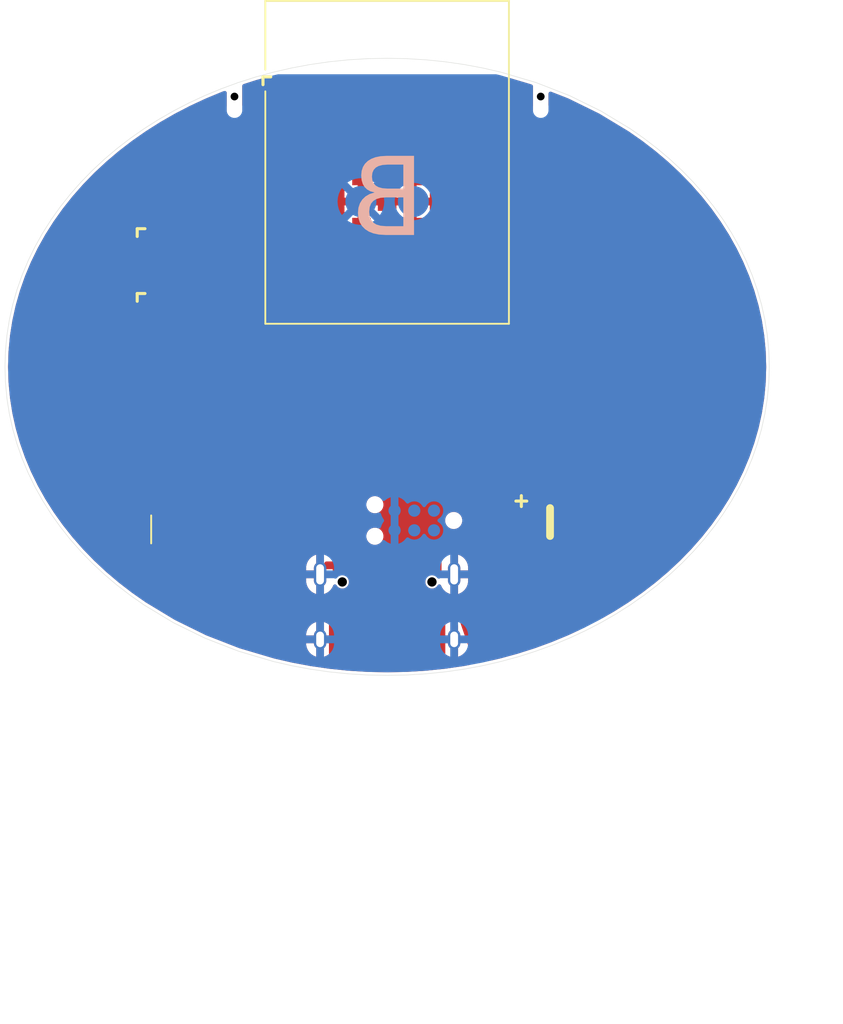
<source format=kicad_pcb>
(kicad_pcb (version 20240108) (generator "pcbnew") (generator_version "8.0")
  (title_block (title "Intercom") (rev "1") (company "Adrian Kennard, Andrews & Arnold Ltd"))
  (layers (0 "F.Cu" signal) (31 "B.Cu" signal) (34 "B.Paste" user) (35 "F.Paste" user) (36 "B.SilkS" user "B.Silkscreen") (37 "F.SilkS" user "F.Silkscreen") (38 "B.Mask" user) (39 "F.Mask" user) (44 "Edge.Cuts" user))
  (net 0 "")
  (net 1 "GND")
  (net 2 "+3V3")
  (net 3 "Net-(J5-CC1)")
  (net 4 "D+")
  (net 5 "D-")
  (net 7 "Net-(J5-CC2)")
  (net 9 "Net-(U6-EN)")
  (net 19 "DC")
  (net 20 "Net-(J1-Pin_2)")
  (net 22 "VBAT")
  (net 23 "VBUS")
  (net 31 "Net-(D2-K)")
  (net 32 "Net-(U3-PROG)")
  (net 34 "MICWS")
  (net 35 "MICSD")
  (net 36 "CHARGING")
  (net 39 "RGB")
  (net 44 "PUSH")
  (net 45 "MICSCK")
  (net 46 "SKPSCK")
  (net 47 "SKPPWR")
  (net 48 "SKPWS")
  (net 49 "SKPSD")
  (net 51 "Net-(U2-~{SD_MODE})")
  (footprint "RevK:R_0402" (layer "F.Cu") (at 88.993 103.15)
    (property "Reference" "R3" (hide yes))
    (property "Value" "10K" (hide yes))
    (pad "1" smd roundrect (at -0.5 0) (size 0.54 0.64) (layers "F.Cu" "F.Paste" "F.Mask") (net 23 "VBUS"))
    (pad "2" smd roundrect (at 0.5 0) (size 0.54 0.64) (layers "F.Cu" "F.Paste" "F.Mask") (net 1 "GND"))
  )
  (footprint "RevK:C_0805" (layer "F.Cu") (at 90.543 105.725)
    (property "Reference" "C4" (hide yes))
    (property "Value" "100uF")
    (pad "1" smd roundrect (at -1.05 0) (size 1 1.45) (layers "F.Cu" "F.Paste" "F.Mask") (net 2 "+3V3") (clearance 0.2))
    (pad "2" smd roundrect (at 0.85 0) (size 1 1.45) (layers "F.Cu" "F.Paste" "F.Mask") (net 1 "GND"))
  )
  (footprint "RevK:Shadow" (layer "F.Cu") (at 101.55 98)
    (property "Reference" "REF**" (hide yes))
    (property "Value" "Shadow")
  )
  (footprint "RevK:C_0603" (layer "F.Cu") (at 113.75 102 180)
    (property "Reference" "C5" (hide yes))
    (property "Value" "10uF 35V")
    (pad "1" smd roundrect (at -0.775 0 180) (size 0.8 0.95) (layers "F.Cu" "F.Paste" "F.Mask") (net 19 "DC"))
    (pad "2" smd roundrect (at 0.775 0 180) (size 0.8 0.95) (layers "F.Cu" "F.Paste" "F.Mask") (net 1 "GND"))
  )
  (footprint "RevK:WLP-1.437mmx1.347mm-0.21mm-ball" (layer "F.Cu") (at 116.7 92)
    (property "Reference" "U2" (hide yes))
    (property "Value" "MAX98357A")
    (pad "A1" smd custom (at 0.7 0.7 90) (size 0.25 0.25) (property pad_prop_bga) (layers "F.Cu") (net 51 "Net-(U2-~{SD_MODE})") (clearance 0.18) (options (clearance outline) (anchor circle)) (primitives (gr_line (start 0.3 -0.3) (end -0.0141 -0.0141) (width 0.21)) (gr_line (start 0.3 -0.3) (end 0.0141 0.0141) (width 0.21)) (gr_circle (center 0.3 -0.3) (end 0.195 -0.3) (width 0) (fill yes))))
    (pad "A2" smd custom (at 0 0.7 90) (size 0.25 0.25) (property pad_prop_bga) (layers "F.Cu") (net 2 "+3V3") (clearance 0.18) (options (clearance outline) (anchor circle)) (primitives (gr_line (start 0.3 0) (end 0 -0.02) (width 0.21)) (gr_line (start 0.3 0) (end 0 0.02) (width 0.21)) (gr_circle (center 0.3 0) (end 0.195 0) (width 0) (fill yes))))
    (pad "A3" smd custom (at -0.7 0.7) (size 0.25 0.25) (property pad_prop_bga) (layers "F.Cu") (clearance 0.18) (options (clearance outline) (anchor circle)) (primitives (gr_line (start 0.3 -0.3) (end -0.0141 -0.0141) (width 0.21)) (gr_line (start 0.3 -0.3) (end 0.0141 0.0141) (width 0.21)) (gr_circle (center 0.3 -0.3) (end 0.195 -0.3) (width 0) (fill yes))))
    (pad "B1" smd custom (at 0.7 0 180) (size 0.25 0.25) (property pad_prop_bga) (layers "F.Cu") (net 49 "SKPSD") (clearance 0.18) (options (clearance outline) (anchor circle)) (primitives (gr_line (start 0.3 0) (end 0 -0.02) (width 0.21)) (gr_line (start 0.3 0) (end 0 0.02) (width 0.21)) (gr_circle (center 0.3 0) (end 0.195 0) (width 0) (fill yes))))
    (pad "B2" smd circle (at 0 0 180) (size 0.21 0.21) (property pad_prop_bga) (layers "F.Cu" "F.Paste" "F.Mask") (clearance 0.18))
    (pad "B3" smd custom (at -0.7 0) (size 0.25 0.25) (property pad_prop_bga) (layers "F.Cu") (clearance 0.18) (options (clearance outline) (anchor circle)) (primitives (gr_line (start 0.3 0) (end 0 -0.02) (width 0.21)) (gr_line (start 0.3 0) (end 0 0.02) (width 0.21)) (gr_circle (center 0.3 0) (end 0.195 0) (width 0) (fill yes))))
    (pad "C1" smd custom (at 0.7 -0.7 180) (size 0.25 0.25) (property pad_prop_bga) (layers "F.Cu") (net 46 "SKPSCK") (clearance 0.18) (options (clearance outline) (anchor circle)) (primitives (gr_line (start 0.3 -0.3) (end -0.0141 -0.0141) (width 0.21)) (gr_line (start 0.3 -0.3) (end 0.0141 0.0141) (width 0.21)) (gr_circle (center 0.3 -0.3) (end 0.195 -0.3) (width 0) (fill yes))))
    (pad "C2" smd custom (at 0 -0.7 270) (size 0.25 0.25) (property pad_prop_bga) (layers "F.Cu") (net 1 "GND") (clearance 0.18) (options (clearance outline) (anchor circle)) (primitives (gr_line (start 0.3 0) (end 0 -0.02) (width 0.21)) (gr_line (start 0.3 0) (end 0 0.02) (width 0.21)) (gr_circle (center 0.3 0) (end 0.195 0) (width 0) (fill yes))))
    (pad "C3" smd custom (at -0.7 -0.7 270) (size 0.25 0.25) (property pad_prop_bga) (layers "F.Cu") (net 48 "SKPWS") (clearance 0.18) (options (clearance outline) (anchor circle)) (primitives (gr_line (start 0.3 -0.3) (end -0.0141 -0.0141) (width 0.21)) (gr_line (start 0.3 -0.3) (end 0.0141 0.0141) (width 0.21)) (gr_circle (center 0.3 -0.3) (end 0.195 -0.3) (width 0) (fill yes))))
  )
  (footprint "RevK:D_SOD-123" (layer "F.Cu") (at 85.893 105.975)
    (property "Reference" "D2" (hide yes))
    (property "Value" "MBR0530")
    (fp_line (start -1.1 -0.9) (end -1.1 0.9) (stroke (width 0.12)) (layer "F.SilkS"))
    (pad "1" smd roundrect (at -1.65 0) (size 0.9 1.2) (layers "F.Cu" "F.Paste" "F.Mask") (net 31 "Net-(D2-K)"))
    (pad "2" smd roundrect (at 1.65 0) (size 0.9 1.2) (layers "F.Cu" "F.Paste" "F.Mask") (net 23 "VBUS"))
  )
  (footprint "RevK:1.25T-2PWT (Molex 532610271)" (layer "F.Cu") (at 108.5 110 -161)
    (property "Reference" "J2" (hide yes))
    (property "Value" "Battery")
    (pad "" smd rect (at -3.157 -1.7 199) (size 2.1 2.9) (layers "F.Cu" "F.Paste" "F.Mask"))
    (pad "" smd rect (at 3.175 -1.699999 199) (size 2.1 2.9) (layers "F.Cu" "F.Paste" "F.Mask"))
    (pad "1" smd rect (at -0.625 1.149999 199) (size 0.5 1.6) (layers "F.Cu" "F.Paste" "F.Mask") (net 22 "VBAT"))
    (pad "2" smd rect (at 0.625 1.15 199) (size 0.5 1.6) (layers "F.Cu" "F.Paste" "F.Mask") (net 1 "GND"))
  )
  (footprint "RevK:C_0402" (layer "F.Cu") (at 93 85)
    (property "Reference" "C10" (hide yes))
    (property "Value" "100nF" (hide yes))
    (pad "1" smd roundrect (at -0.5 0) (size 0.54 0.64) (layers "F.Cu" "F.Paste" "F.Mask") (roundrect_rratio 0.28) (net 1 "GND"))
    (pad "2" smd roundrect (at 0.5 0) (size 0.54 0.64) (layers "F.Cu" "F.Paste" "F.Mask") (roundrect_rratio 0.28) (net 2 "+3V3"))
  )
  (footprint "RevK:SOT-23" (layer "F.Cu") (at 85.468 102.475)
    (property "Reference" "Q1" (hide yes))
    (property "Value" "CJ2301")
    (pad "1" smd roundrect (at -0.9375 -0.95) (size 1.475 0.6) (layers "F.Cu" "F.Paste" "F.Mask") (net 23 "VBUS"))
    (pad "2" smd roundrect (at -0.9375 0.95) (size 1.475 0.6) (layers "F.Cu" "F.Paste" "F.Mask") (net 31 "Net-(D2-K)"))
    (pad "3" smd roundrect (at 0.9375 0) (size 1.475 0.6) (layers "F.Cu" "F.Paste" "F.Mask") (net 22 "VBAT"))
  )
  (footprint "RevK:R_0402" (layer "F.Cu") (at 115.3 97.3 180)
    (property "Reference" "R2" (hide yes))
    (property "Value" "10K" (hide yes))
    (pad "1" smd roundrect (at -0.5 0 180) (size 0.54 0.64) (layers "F.Cu" "F.Paste" "F.Mask") (net 2 "+3V3"))
    (pad "2" smd roundrect (at 0.5 0 180) (size 0.54 0.64) (layers "F.Cu" "F.Paste" "F.Mask") (net 9 "Net-(U6-EN)"))
  )
  (footprint "RevK:CP_EIA-3528-21_Kemet-B" (layer "F.Cu") (at 111 105.5 180)
    (property "Reference" "C1" (hide yes))
    (property "Value" "220uF Tant")
    (fp_line (start 2.7 1.35) (end 2 1.35) (stroke (width 0.2)) (layer "F.SilkS"))
    (fp_line (start 2.35 1.7) (end 2.35 1) (stroke (width 0.2)) (layer "F.SilkS"))
    (fp_line (start 0.5 0.9) (end 0.5 -0.9) (stroke (width 0.5)) (layer "F.SilkS"))
    (pad "1" smd roundrect (at 1.5375 0) (size 1.325 2.35) (layers "F.Cu" "F.Paste" "F.Mask") (roundrect_rratio 0.188679) (net 2 "+3V3"))
    (pad "2" smd roundrect (at -1.5375 0) (size 1.325 2.35) (layers "F.Cu" "F.Paste" "F.Mask") (roundrect_rratio 0.188679) (net 1 "GND"))
  )
  (footprint "RevK:TS-1092S-B3D2-G" (layer "F.Cu") (at 100 95.5)
    (property "Reference" "SW2" (hide yes))
    (property "Value" "SW_Push")
    (pad "1" smd roundrect (at -3.65 0) (size 0.7 0.7) (layers "F.Cu" "F.Paste" "F.Mask") (net 1 "GND"))
    (pad "2" smd roundrect (at 3.65 0) (size 0.7 0.7) (layers "F.Cu" "F.Paste" "F.Mask") (net 44 "PUSH"))
  )
  (footprint "RevK:USB-C-Socket-H" (layer "F.Cu") (at 100 109.36)
    (property "Reference" "J5" (hide yes))
    (property "Value" "USB-C-Socket-H")
    (pad "" np_thru_hole circle (at -2.89 0) (size 0.7 0.7) (drill 0.6) (layers "F.Mask"))
    (pad "" np_thru_hole circle (at 2.89 0) (size 0.7 0.7) (drill 0.6) (layers "F.Mask"))
    (pad "A1" smd rect (at -3.2 -1.07) (size 0.6 1.14) (layers "F.Cu" "F.Paste" "F.Mask") (net 1 "GND"))
    (pad "A4" smd rect (at -2.4 -1.07) (size 0.6 1.14) (layers "F.Cu" "F.Paste" "F.Mask") (net 19 "DC"))
    (pad "A5" smd roundrect (at -1.25 -1.07) (size 0.3 1.14) (layers "F.Cu" "F.Paste" "F.Mask") (net 3 "Net-(J5-CC1)"))
    (pad "A6" smd roundrect (at -0.25 -1.07) (size 0.3 1.14) (layers "F.Cu" "F.Paste" "F.Mask") (net 4 "D+"))
    (pad "A7" smd roundrect (at 0.25 -1.07) (size 0.3 1.14) (layers "F.Cu" "F.Paste" "F.Mask") (net 5 "D-"))
    (pad "A8" smd roundrect (at 1.25 -1.07) (size 0.3 1.14) (layers "F.Cu" "F.Paste" "F.Mask"))
    (pad "A9" smd rect (at 2.4 -1.07) (size 0.6 1.14) (layers "F.Cu") (net 19 "DC"))
    (pad "A12" smd rect (at 3.2 -1.07) (size 0.6 1.14) (layers "F.Cu") (net 1 "GND"))
    (pad "B1" smd rect (at 3.2 -1.07) (size 0.6 1.14) (layers "F.Cu" "F.Paste" "F.Mask") (net 1 "GND"))
    (pad "B4" smd rect (at 2.4 -1.07) (size 0.6 1.14) (layers "F.Cu" "F.Paste" "F.Mask") (net 19 "DC"))
    (pad "B5" smd roundrect (at 1.75 -1.07) (size 0.3 1.14) (layers "F.Cu" "F.Paste" "F.Mask") (net 7 "Net-(J5-CC2)"))
    (pad "B6" smd roundrect (at 0.75 -1.07) (size 0.3 1.14) (layers "F.Cu" "F.Paste" "F.Mask") (net 4 "D+"))
    (pad "B7" smd roundrect (at -0.75 -1.07) (size 0.3 1.14) (layers "F.Cu" "F.Paste" "F.Mask") (net 5 "D-"))
    (pad "B8" smd roundrect (at -1.75 -1.07) (size 0.3 1.14) (layers "F.Cu" "F.Paste" "F.Mask"))
    (pad "B9" smd rect (at -2.4 -1.07) (size 0.6 1.14) (layers "F.Cu") (net 19 "DC"))
    (pad "B12" smd rect (at -3.2 -1.07) (size 0.6 1.14) (layers "F.Cu") (net 1 "GND"))
    (pad "S1" thru_hole oval (at -4.32 -0.49) (size 0.8 1.6) (drill oval 0.5 1.3) (layers "*.Cu" "F.Paste" "F.Mask") (net 1 "GND"))
    (pad "S1" thru_hole oval (at -4.32 3.7) (size 0.8 1.3) (drill oval 0.5 1) (layers "*.Cu" "F.Paste" "F.Mask") (net 1 "GND"))
    (pad "S1" smd rect (at 0 3.14) (size 7.5 4.8) (layers "F.Cu" "F.Mask") (net 1 "GND"))
    (pad "S1" thru_hole oval (at 4.32 -0.49) (size 0.8 1.6) (drill oval 0.5 1.3) (layers "*.Cu" "F.Paste" "F.Mask") (net 1 "GND"))
    (pad "S1" thru_hole oval (at 4.32 3.7) (size 0.8 1.3) (drill oval 0.5 1) (layers "*.Cu" "F.Paste" "F.Mask") (net 1 "GND"))
  )
  (footprint "RevK:C_0402" (layer "F.Cu") (at 118.1 93.75 -90)
    (property "Reference" "C14" (hide yes))
    (property "Value" "100nF" (hide yes))
    (pad "1" smd roundrect (at -0.5 0 270) (size 0.54 0.64) (layers "F.Cu" "F.Paste" "F.Mask") (roundrect_rratio 0.28) (net 2 "+3V3"))
    (pad "2" smd roundrect (at 0.5 0 270) (size 0.54 0.64) (layers "F.Cu" "F.Paste" "F.Mask") (roundrect_rratio 0.28) (net 1 "GND"))
  )
  (footprint "RevK:C_0402" (layer "F.Cu") (at 113.5 97.3 180)
    (property "Reference" "C9" (hide yes))
    (property "Value" "1uF" (hide yes))
    (pad "1" smd roundrect (at -0.5 0 180) (size 0.54 0.64) (layers "F.Cu" "F.Paste" "F.Mask") (roundrect_rratio 0.28) (net 9 "Net-(U6-EN)"))
    (pad "2" smd roundrect (at 0.5 0 180) (size 0.54 0.64) (layers "F.Cu" "F.Paste" "F.Mask") (roundrect_rratio 0.28) (net 1 "GND"))
  )
  (footprint "RevK:DFN1006-2L" (layer "F.Cu") (at 84.493 108.275)
    (property "Reference" "D1" (hide yes))
    (property "Value" "~")
    (pad "1" smd roundrect (at -0.425 0) (size 0.55 0.65) (layers "F.Cu" "F.Paste" "F.Mask") (net 1 "GND"))
    (pad "2" smd roundrect (at 0.425 0) (size 0.55 0.65) (layers "F.Cu" "F.Paste" "F.Mask") (net 22 "VBAT"))
  )
  (footprint "RevK:C_0603" (layer "F.Cu") (at 109.2 101.9 180)
    (property "Reference" "C3" (hide yes))
    (property "Value" "22uF")
    (pad "1" smd roundrect (at -0.775 0 180) (size 0.8 0.95) (layers "F.Cu" "F.Paste" "F.Mask") (net 2 "+3V3"))
    (pad "2" smd roundrect (at 0.775 0 180) (size 0.8 0.95) (layers "F.Cu" "F.Paste" "F.Mask") (net 1 "GND"))
  )
  (footprint "RevK:R_0402" (layer "F.Cu") (at 88.993 101.35)
    (property "Reference" "R1" (hide yes))
    (property "Value" "10K" (hide yes))
    (pad "1" smd roundrect (at -0.5 0) (size 0.54 0.64) (layers "F.Cu" "F.Paste" "F.Mask") (net 1 "GND"))
    (pad "2" smd roundrect (at 0.5 0) (size 0.54 0.64) (layers "F.Cu" "F.Paste" "F.Mask") (net 32 "Net-(U3-PROG)"))
  )
  (footprint "RevK:ICS43434_MEMS_Mic_Open" (layer "F.Cu") (at 90.162 79.785 90)
    (property "Reference" "U5" (hide yes))
    (property "Value" "L")
    (pad "" np_thru_hole circle (at 1.7 0 180) (size 0.5 0.5) (drill oval 0.75 2.5) (layers "*.Mask"))
    (pad "1" smd roundrect (at -1.289 0.9 180) (size 0.6 0.522) (layers "F.Cu" "F.Paste" "F.Mask") (net 34 "MICWS"))
    (pad "2" smd roundrect (at -0.467 0.9 180) (size 0.6 0.522) (layers "F.Cu" "F.Paste" "F.Mask") (net 1 "GND"))
    (pad "3" smd custom (at 0.785 -0.662 270) (size 0.3 0.3) (layers "F.Cu" "F.Mask") (net 1 "GND") (options (clearance outline) (anchor circle)) (primitives (gr_arc (start 0 -1.324) (mid 0.662 -0.662) (end 0 0) (width 0.3)) (gr_line (start 0 -1.324) (end -0.515 -1.324) (width 0.3)) (gr_line (start 0 0) (end -0.515 0) (width 0.3))))
    (pad "4" smd roundrect (at -0.467 -0.9 180) (size 0.6 0.522) (layers "F.Cu" "F.Paste" "F.Mask") (net 45 "MICSCK"))
    (pad "5" smd roundrect (at -1.289 -0.9 180) (size 0.6 0.522) (layers "F.Cu" "F.Paste" "F.Mask") (net 2 "+3V3"))
    (pad "6" smd roundrect (at -1.289 0 180) (size 0.6 0.522) (layers "F.Cu" "F.Paste" "F.Mask") (net 35 "MICSD"))
    (zone (net 0) (net_name "") (layer "F.Cu") (connect_pads (clearance 0)) (min_thickness 0.25)
      (keepout (tracks allowed) (vias allowed) (pads allowed) (copperpour not_allowed) (footprints allowed))
      (fill (thermal_gap 0.5) (thermal_bridge_width 0.5))
      (polygon (pts (xy 90.162 79.65) (xy 89.712 79.45) (xy 89.512 79) (xy 89.762 78.5) (xy 90.162 78.35) (xy 90.612 78.55) (xy 90.812 79) (xy 90.612 79.45)))
    )
  )
  (footprint "RevK:R_0402" (layer "F.Cu") (at 114.1375 105.1375 90)
    (property "Reference" "R5" (hide yes))
    (property "Value" "5K1" (hide yes))
    (pad "1" smd roundrect (at -0.5 0 90) (size 0.54 0.64) (layers "F.Cu" "F.Paste" "F.Mask") (net 3 "Net-(J5-CC1)"))
    (pad "2" smd roundrect (at 0.5 0 90) (size 0.54 0.64) (layers "F.Cu" "F.Paste" "F.Mask") (net 1 "GND"))
  )
  (footprint "RevK:C_0402" (layer "F.Cu") (at 116.7 93.75 -90)
    (property "Reference" "C13" (hide yes))
    (property "Value" "10uF" (hide yes))
    (pad "1" smd roundrect (at -0.5 0 270) (size 0.54 0.64) (layers "F.Cu" "F.Paste" "F.Mask") (roundrect_rratio 0.28) (net 2 "+3V3"))
    (pad "2" smd roundrect (at 0.5 0 270) (size 0.54 0.64) (layers "F.Cu" "F.Paste" "F.Mask") (roundrect_rratio 0.28) (net 1 "GND"))
  )
  (footprint "RevK:C_0402" (layer "F.Cu") (at 111.446745 101.979436)
    (property "Reference" "C2" (hide yes))
    (property "Value" "100nF" (hide yes))
    (pad "1" smd roundrect (at -0.5 0) (size 0.54 0.64) (layers "F.Cu" "F.Paste" "F.Mask") (roundrect_rratio 0.28) (net 2 "+3V3"))
    (pad "2" smd roundrect (at 0.5 0) (size 0.54 0.64) (layers "F.Cu" "F.Paste" "F.Mask") (roundrect_rratio 0.28) (net 1 "GND"))
  )
  (footprint "RevK:R_0402" (layer "F.Cu") (at 115.0375 105.1375 -90)
    (property "Reference" "R6" (hide yes))
    (property "Value" "5K1" (hide yes))
    (pad "1" smd roundrect (at -0.5 0 270) (size 0.54 0.64) (layers "F.Cu" "F.Paste" "F.Mask") (net 1 "GND"))
    (pad "2" smd roundrect (at 0.5 0 270) (size 0.54 0.64) (layers "F.Cu" "F.Paste" "F.Mask") (net 7 "Net-(J5-CC2)"))
  )
  (footprint "RevK:C_0402" (layer "F.Cu") (at 93 83.2)
    (property "Reference" "C6" (hide yes))
    (property "Value" "100nF" (hide yes))
    (pad "1" smd roundrect (at -0.5 0) (size 0.54 0.64) (layers "F.Cu" "F.Paste" "F.Mask") (roundrect_rratio 0.28) (net 1 "GND"))
    (pad "2" smd roundrect (at 0.5 0) (size 0.54 0.64) (layers "F.Cu" "F.Paste" "F.Mask") (roundrect_rratio 0.28) (net 2 "+3V3"))
  )
  (footprint "RevK:C_0402" (layer "F.Cu") (at 116.65 97.8 -90)
    (property "Reference" "C7" (hide yes))
    (property "Value" "10uF" (hide yes))
    (pad "1" smd roundrect (at -0.5 0 270) (size 0.54 0.64) (layers "F.Cu" "F.Paste" "F.Mask") (roundrect_rratio 0.28) (net 2 "+3V3"))
    (pad "2" smd roundrect (at 0.5 0 270) (size 0.54 0.64) (layers "F.Cu" "F.Paste" "F.Mask") (roundrect_rratio 0.28) (net 1 "GND"))
  )
  (footprint "RevK:ICS43434_MEMS_Mic_Open" (layer "F.Cu") (at 109.9 79.785 90)
    (property "Reference" "U7" (hide yes))
    (property "Value" "R")
    (pad "" np_thru_hole circle (at 1.7 0 180) (size 0.5 0.5) (drill oval 0.75 2.5) (layers "*.Mask"))
    (pad "1" smd roundrect (at -1.289 0.9 180) (size 0.6 0.522) (layers "F.Cu" "F.Paste" "F.Mask") (net 34 "MICWS"))
    (pad "2" smd roundrect (at -0.467 0.9 180) (size 0.6 0.522) (layers "F.Cu" "F.Paste" "F.Mask") (net 2 "+3V3"))
    (pad "3" smd custom (at 0.785 -0.662 270) (size 0.3 0.3) (layers "F.Cu" "F.Mask") (net 1 "GND") (options (clearance outline) (anchor circle)) (primitives (gr_arc (start 0 -1.324) (mid 0.662 -0.662) (end 0 0) (width 0.3)) (gr_line (start 0 -1.324) (end -0.515 -1.324) (width 0.3)) (gr_line (start 0 0) (end -0.515 0) (width 0.3))))
    (pad "4" smd roundrect (at -0.467 -0.9 180) (size 0.6 0.522) (layers "F.Cu" "F.Paste" "F.Mask") (net 45 "MICSCK"))
    (pad "5" smd roundrect (at -1.289 -0.9 180) (size 0.6 0.522) (layers "F.Cu" "F.Paste" "F.Mask") (net 2 "+3V3"))
    (pad "6" smd roundrect (at -1.289 0 180) (size 0.6 0.522) (layers "F.Cu" "F.Paste" "F.Mask") (net 35 "MICSD"))
    (zone (net 0) (net_name "") (layer "F.Cu") (connect_pads (clearance 0)) (min_thickness 0.25)
      (keepout (tracks allowed) (vias allowed) (pads allowed) (copperpour not_allowed) (footprints allowed))
      (fill (thermal_gap 0.5) (thermal_bridge_width 0.5))
      (polygon (pts (xy 109.9 79.65) (xy 109.45 79.45) (xy 109.25 79) (xy 109.5 78.5) (xy 109.9 78.35) (xy 110.35 78.55) (xy 110.55 79) (xy 110.35 79.45)))
    )
  )
  (footprint "RevK:R_0402" (layer "F.Cu") (at 119.8 92)
    (property "Reference" "R8" (hide yes))
    (property "Value" "634K" (hide yes))
    (pad "1" smd roundrect (at -0.5 0) (size 0.54 0.64) (layers "F.Cu" "F.Paste" "F.Mask") (net 51 "Net-(U2-~{SD_MODE})"))
    (pad "2" smd roundrect (at 0.5 0) (size 0.54 0.64) (layers "F.Cu" "F.Paste" "F.Mask") (net 47 "SKPPWR"))
  )
  (footprint "RevK:C_0402" (layer "F.Cu") (at 110 91.6 180)
    (property "Reference" "C8" (hide yes))
    (property "Value" "10uF" (hide yes))
    (pad "1" smd roundrect (at -0.5 0 180) (size 0.54 0.64) (layers "F.Cu" "F.Paste" "F.Mask") (roundrect_rratio 0.28) (net 2 "+3V3"))
    (pad "2" smd roundrect (at 0.5 0 180) (size 0.54 0.64) (layers "F.Cu" "F.Paste" "F.Mask") (roundrect_rratio 0.28) (net 1 "GND"))
  )
  (footprint "RevK:DFN1006-2L" (layer "F.Cu") (at 111 98.2)
    (property "Reference" "D3" (hide yes))
    (property "Value" "~")
    (pad "1" smd roundrect (at -0.425 0) (size 0.55 0.65) (layers "F.Cu" "F.Paste" "F.Mask") (net 1 "GND"))
    (pad "2" smd roundrect (at 0.425 0) (size 0.55 0.65) (layers "F.Cu" "F.Paste" "F.Mask") (net 44 "PUSH"))
  )
  (footprint "RevK:SOT-23-5" (layer "F.Cu") (at 85.993 92.325)
    (property "Reference" "U4" (hide yes))
    (property "Value" "ME6211C33M5G-N")
    (fp_line (start -2.1 -1.55) (end -2.1 -1.05) (stroke (width 0.2)) (layer "F.SilkS"))
    (fp_line (start -1.6 -1.55) (end -2.1 -1.55) (stroke (width 0.2)) (layer "F.SilkS"))
    (pad "1" smd roundrect (at -1.1375 -0.95) (size 1.325 0.6) (layers "F.Cu" "F.Paste" "F.Mask") (net 31 "Net-(D2-K)"))
    (pad "2" smd roundrect (at -1.1375 0) (size 1.325 0.6) (layers "F.Cu" "F.Paste" "F.Mask") (net 1 "GND"))
    (pad "3" smd roundrect (at -1.1375 0.95) (size 1.325 0.6) (layers "F.Cu" "F.Paste" "F.Mask") (net 31 "Net-(D2-K)"))
    (pad "4" smd roundrect (at 1.1375 0.95) (size 1.325 0.6) (layers "F.Cu" "F.Paste" "F.Mask"))
    (pad "5" smd roundrect (at 1.1375 -0.95) (size 1.325 0.6) (layers "F.Cu" "F.Paste" "F.Mask") (net 2 "+3V3"))
  )
  (footprint "RevK:ESP32-S3-MINI-1" (layer "F.Cu") (at 100 84.85)
    (property "Reference" "U6" (hide yes))
    (property "Value" "ESP32-S3-MINI-1" (hide yes))
    (fp_line (start -8 -8.03) (end -8 -7.53) (stroke (width 0.2)) (layer "F.SilkS"))
    (fp_line (start -7.85 -12.925) (end -7.85 -8.5) (stroke (width 0.12)) (layer "F.SilkS"))
    (fp_line (start -7.85 -12.925) (end 7.85 -12.925) (stroke (width 0.12)) (layer "F.SilkS"))
    (fp_line (start -7.85 -7.1) (end -7.85 7.875) (stroke (width 0.12)) (layer "F.SilkS"))
    (fp_line (start -7.85 7.875) (end 7.85 7.875) (stroke (width 0.12)) (layer "F.SilkS"))
    (fp_line (start -7.5 -8.03) (end -8 -8.03) (stroke (width 0.2)) (layer "F.SilkS"))
    (fp_line (start 7.85 -12.925) (end 7.85 7.875) (stroke (width 0.12)) (layer "F.SilkS"))
    (pad "1" smd rect (at -7 -5.95 90) (size 0.4 0.8) (layers "F.Cu" "F.Paste" "F.Mask") (net 1 "GND"))
    (pad "2" smd rect (at -7 -5.1 90) (size 0.4 0.8) (layers "F.Cu" "F.Paste" "F.Mask") (net 1 "GND"))
    (pad "3" smd rect (at -7 -4.25 90) (size 0.4 0.8) (layers "F.Cu" "F.Paste" "F.Mask") (net 2 "+3V3"))
    (pad "4" smd rect (at -7 -3.4 90) (size 0.4 0.8) (layers "F.Cu" "F.Paste" "F.Mask"))
    (pad "5" smd rect (at -7 -2.55 90) (size 0.4 0.8) (layers "F.Cu" "F.Paste" "F.Mask") (net 48 "SKPWS"))
    (pad "6" smd rect (at -7 -1.7 90) (size 0.4 0.8) (layers "F.Cu" "F.Paste" "F.Mask") (net 46 "SKPSCK"))
    (pad "7" smd rect (at -7 -0.85 90) (size 0.4 0.8) (layers "F.Cu" "F.Paste" "F.Mask") (net 49 "SKPSD"))
    (pad "8" smd rect (at -7 0 90) (size 0.4 0.8) (layers "F.Cu" "F.Paste" "F.Mask") (net 39 "RGB"))
    (pad "9" smd rect (at -7 0.85 90) (size 0.4 0.8) (layers "F.Cu" "F.Paste" "F.Mask") (net 36 "CHARGING"))
    (pad "10" smd rect (at -7 1.7 90) (size 0.4 0.8) (layers "F.Cu" "F.Paste" "F.Mask"))
    (pad "11" smd rect (at -7 2.55 90) (size 0.4 0.8) (layers "F.Cu" "F.Paste" "F.Mask"))
    (pad "12" smd rect (at -7 3.4 90) (size 0.4 0.8) (layers "F.Cu" "F.Paste" "F.Mask"))
    (pad "13" smd rect (at -7 4.25 90) (size 0.4 0.8) (layers "F.Cu" "F.Paste" "F.Mask"))
    (pad "14" smd rect (at -7 5.1 90) (size 0.4 0.8) (layers "F.Cu" "F.Paste" "F.Mask"))
    (pad "15" smd rect (at -7 5.95 90) (size 0.4 0.8) (layers "F.Cu" "F.Paste" "F.Mask") (net 44 "PUSH"))
    (pad "16" smd rect (at -5.95 7) (size 0.4 0.8) (layers "F.Cu" "F.Paste" "F.Mask"))
    (pad "17" smd rect (at -5.1 7) (size 0.4 0.8) (layers "F.Cu" "F.Paste" "F.Mask"))
    (pad "18" smd rect (at -4.25 7) (size 0.4 0.8) (layers "F.Cu" "F.Paste" "F.Mask"))
    (pad "19" smd rect (at -3.4 7) (size 0.4 0.8) (layers "F.Cu" "F.Paste" "F.Mask"))
    (pad "20" smd rect (at -2.55 7) (size 0.4 0.8) (layers "F.Cu" "F.Paste" "F.Mask"))
    (pad "21" smd rect (at -1.7 7) (size 0.4 0.8) (layers "F.Cu" "F.Paste" "F.Mask"))
    (pad "22" smd rect (at -0.85 7) (size 0.4 0.8) (layers "F.Cu" "F.Paste" "F.Mask"))
    (pad "23" smd rect (at 0 7) (size 0.4 0.8) (layers "F.Cu" "F.Paste" "F.Mask") (net 5 "D-"))
    (pad "24" smd rect (at 0.85 7) (size 0.4 0.8) (layers "F.Cu" "F.Paste" "F.Mask") (net 4 "D+"))
    (pad "25" smd rect (at 1.7 7) (size 0.4 0.8) (layers "F.Cu" "F.Paste" "F.Mask") (net 20 "Net-(J1-Pin_2)"))
    (pad "26" smd rect (at 2.55 7) (size 0.4 0.8) (layers "F.Cu" "F.Paste" "F.Mask"))
    (pad "27" smd rect (at 3.4 7) (size 0.4 0.8) (layers "F.Cu" "F.Paste" "F.Mask"))
    (pad "28" smd rect (at 4.25 7) (size 0.4 0.8) (layers "F.Cu" "F.Paste" "F.Mask"))
    (pad "29" smd rect (at 5.1 7) (size 0.4 0.8) (layers "F.Cu" "F.Paste" "F.Mask"))
    (pad "30" smd rect (at 5.95 7) (size 0.4 0.8) (layers "F.Cu" "F.Paste" "F.Mask"))
    (pad "31" smd rect (at 7 5.95 90) (size 0.4 0.8) (layers "F.Cu" "F.Paste" "F.Mask"))
    (pad "32" smd rect (at 7 5.1 90) (size 0.4 0.8) (layers "F.Cu" "F.Paste" "F.Mask"))
    (pad "33" smd rect (at 7 4.25 90) (size 0.4 0.8) (layers "F.Cu" "F.Paste" "F.Mask"))
    (pad "34" smd rect (at 7 3.4 90) (size 0.4 0.8) (layers "F.Cu" "F.Paste" "F.Mask"))
    (pad "35" smd rect (at 7 2.55 90) (size 0.4 0.8) (layers "F.Cu" "F.Paste" "F.Mask"))
    (pad "36" smd rect (at 7 1.7 90) (size 0.4 0.8) (layers "F.Cu" "F.Paste" "F.Mask") (net 34 "MICWS"))
    (pad "37" smd rect (at 7 0.85 90) (size 0.4 0.8) (layers "F.Cu" "F.Paste" "F.Mask") (net 35 "MICSD"))
    (pad "38" smd rect (at 7 0 90) (size 0.4 0.8) (layers "F.Cu" "F.Paste" "F.Mask") (net 45 "MICSCK"))
    (pad "39" smd rect (at 7 -0.85 90) (size 0.4 0.8) (layers "F.Cu" "F.Paste" "F.Mask"))
    (pad "40" smd rect (at 7 -1.7 90) (size 0.4 0.8) (layers "F.Cu" "F.Paste" "F.Mask") (net 47 "SKPPWR"))
    (pad "41" smd rect (at 7 -2.55 90) (size 0.4 0.8) (layers "F.Cu" "F.Paste" "F.Mask"))
    (pad "42" smd rect (at 7 -3.4 90) (size 0.4 0.8) (layers "F.Cu" "F.Paste" "F.Mask") (net 1 "GND"))
    (pad "43" smd rect (at 7 -4.25 90) (size 0.4 0.8) (layers "F.Cu" "F.Paste" "F.Mask") (net 1 "GND"))
    (pad "44" smd rect (at 7 -5.1 90) (size 0.4 0.8) (layers "F.Cu" "F.Paste" "F.Mask"))
    (pad "45" smd rect (at 7 -5.95 90) (size 0.4 0.8) (layers "F.Cu" "F.Paste" "F.Mask") (net 9 "Net-(U6-EN)"))
    (pad "46" smd rect (at 5.95 -7) (size 0.4 0.8) (layers "F.Cu" "F.Paste" "F.Mask") (net 1 "GND"))
    (pad "47" smd rect (at 5.1 -7) (size 0.4 0.8) (layers "F.Cu" "F.Paste" "F.Mask") (net 1 "GND"))
    (pad "48" smd rect (at 4.25 -7) (size 0.4 0.8) (layers "F.Cu" "F.Paste" "F.Mask") (net 1 "GND"))
    (pad "49" smd rect (at 3.4 -7) (size 0.4 0.8) (layers "F.Cu" "F.Paste" "F.Mask") (net 1 "GND"))
    (pad "50" smd rect (at 2.55 -7) (size 0.4 0.8) (layers "F.Cu" "F.Paste" "F.Mask") (net 1 "GND"))
    (pad "51" smd rect (at 1.7 -7) (size 0.4 0.8) (layers "F.Cu" "F.Paste" "F.Mask") (net 1 "GND"))
    (pad "52" smd rect (at 0.85 -7) (size 0.4 0.8) (layers "F.Cu" "F.Paste" "F.Mask") (net 1 "GND"))
    (pad "53" smd rect (at 0 -7) (size 0.4 0.8) (layers "F.Cu" "F.Paste" "F.Mask") (net 1 "GND"))
    (pad "54" smd rect (at -0.85 -7) (size 0.4 0.8) (layers "F.Cu" "F.Paste" "F.Mask") (net 1 "GND"))
    (pad "55" smd rect (at -1.7 -7) (size 0.4 0.8) (layers "F.Cu" "F.Paste" "F.Mask") (net 1 "GND"))
    (pad "56" smd rect (at -2.55 -7) (size 0.4 0.8) (layers "F.Cu" "F.Paste" "F.Mask") (net 1 "GND"))
    (pad "57" smd rect (at -3.4 -7) (size 0.4 0.8) (layers "F.Cu" "F.Paste" "F.Mask") (net 1 "GND"))
    (pad "58" smd rect (at -4.25 -7) (size 0.4 0.8) (layers "F.Cu" "F.Paste" "F.Mask") (net 1 "GND"))
    (pad "59" smd rect (at -5.1 -7) (size 0.4 0.8) (layers "F.Cu" "F.Paste" "F.Mask") (net 1 "GND"))
    (pad "60" smd rect (at -5.95 -7) (size 0.4 0.8) (layers "F.Cu" "F.Paste" "F.Mask") (net 1 "GND"))
    (pad "61" smd roundrect (at -1.65 -1.65) (size 1.2 1.2) (layers "F.Cu" "F.Paste" "F.Mask") (roundrect_rratio 0) (chamfer_ratio 0.5) (chamfer top_left) (net 1 "GND"))
    (pad "61" smd rect (at -1.65 0 90) (size 1.2 1.2) (layers "F.Cu" "F.Paste" "F.Mask") (net 1 "GND"))
    (pad "61" smd rect (at -1.65 1.65 90) (size 1.2 1.2) (layers "F.Cu" "F.Paste" "F.Mask") (net 1 "GND"))
    (pad "61" smd rect (at 0 -1.65) (size 1.2 1.2) (layers "F.Cu" "F.Paste" "F.Mask") (net 1 "GND"))
    (pad "61" smd rect (at 0 0) (size 1.2 1.2) (layers "F.Cu" "F.Paste" "F.Mask") (net 1 "GND"))
    (pad "61" smd rect (at 0 1.65) (size 1.2 1.2) (layers "F.Cu" "F.Paste" "F.Mask") (net 1 "GND"))
    (pad "61" smd rect (at 1.65 -1.65) (size 1.2 1.2) (layers "F.Cu" "F.Paste" "F.Mask") (net 1 "GND"))
    (pad "61" smd rect (at 1.65 0) (size 1.2 1.2) (layers "F.Cu" "F.Paste" "F.Mask") (net 1 "GND"))
    (pad "61" smd rect (at 1.65 1.65) (size 1.2 1.2) (layers "F.Cu" "F.Paste" "F.Mask") (net 1 "GND"))
    (pad "62" smd rect (at -7 -7) (size 0.8 0.8) (layers "F.Cu" "F.Paste" "F.Mask") (net 1 "GND"))
    (pad "63" smd rect (at -7 7) (size 0.8 0.8) (layers "F.Cu" "F.Paste" "F.Mask") (net 1 "GND"))
    (pad "64" smd rect (at 7 7) (size 0.8 0.8) (layers "F.Cu" "F.Paste" "F.Mask") (net 1 "GND"))
    (pad "65" smd rect (at 7 -7) (size 0.8 0.8) (layers "F.Cu" "F.Paste" "F.Mask") (net 1 "GND"))
    (zone (net 0) (net_name "") (layers "F.Cu" "In1.Cu" "In2.Cu" "In3.Cu" "In4.Cu" "In5.Cu" "In6.Cu" "In7.Cu" "In8.Cu" "In9.Cu" "In10.Cu" "In11.Cu" "In12.Cu" "In13.Cu" "In14.Cu" "In15.Cu" "In16.Cu" "In17.Cu" "In18.Cu" "In19.Cu" "In20.Cu" "In21.Cu" "In22.Cu" "In23.Cu" "In24.Cu" "In25.Cu" "In26.Cu" "In27.Cu" "In28.Cu" "In29.Cu" "In30.Cu") (connect_pads (clearance 0)) (min_thickness 0.01)
      (keepout (tracks not_allowed) (vias not_allowed) (pads not_allowed) (copperpour not_allowed) (footprints not_allowed))
      (fill (thermal_gap 0.508) (thermal_bridge_width 0.508))
      (polygon (pts (xy 92.3 72.075) (xy 107.7 72.075) (xy 107.7 77.125) (xy 92.3 77.125)))
    )
    (zone (net 0) (net_name "") (layer "B.Cu") (connect_pads (clearance 0)) (min_thickness 0.01)
      (keepout (tracks not_allowed) (vias not_allowed) (pads not_allowed) (copperpour not_allowed) (footprints not_allowed))
      (fill (thermal_gap 0.508) (thermal_bridge_width 0.508))
      (polygon (pts (xy 92.3 72) (xy 107.7 72) (xy 107.7 76.65) (xy 92.3 76.65)))
    )
  )
  (footprint "RevK:SOT-23-5" (layer "F.Cu") (at 85.993 88.15)
    (property "Reference" "U3" (hide yes))
    (property "Value" "TP4054")
    (fp_line (start -2.1 -1.55) (end -2.1 -1.05) (stroke (width 0.2)) (layer "F.SilkS"))
    (fp_line (start -1.6 -1.55) (end -2.1 -1.55) (stroke (width 0.2)) (layer "F.SilkS"))
    (pad "1" smd roundrect (at -1.1375 -0.95) (size 1.325 0.6) (layers "F.Cu" "F.Paste" "F.Mask") (net 36 "CHARGING"))
    (pad "2" smd roundrect (at -1.1375 0) (size 1.325 0.6) (layers "F.Cu" "F.Paste" "F.Mask") (net 1 "GND"))
    (pad "3" smd roundrect (at -1.1375 0.95) (size 1.325 0.6) (layers "F.Cu" "F.Paste" "F.Mask") (net 22 "VBAT"))
    (pad "4" smd roundrect (at 1.1375 0.95) (size 1.325 0.6) (layers "F.Cu" "F.Paste" "F.Mask") (net 23 "VBUS"))
    (pad "5" smd roundrect (at 1.1375 -0.95) (size 1.325 0.6) (layers "F.Cu" "F.Paste" "F.Mask") (net 32 "Net-(U3-PROG)"))
  )
  (footprint "RevK:Tag-Connect_TC2030-IDC-NL_2x03_P1.27mm_Vertical" (layer "B.Cu") (at 101.75 105.4 180)
    (property "Reference" "J3" (hide yes))
    (property "Value" "TC2030-USB-NL-DS")
    (pad "" np_thru_hole circle (at -2.54 0 180) (size 0.85 0.85) (drill 0.85) (layers "F&B.Cu" "*.Mask") (clearance 0.1))
    (pad "" np_thru_hole circle (at 2.54 -1.016 180) (size 0.85 0.85) (drill 0.85) (layers "F&B.Cu" "*.Mask") (clearance 0.1))
    (pad "" np_thru_hole circle (at 2.54 1.016 180) (size 0.85 0.85) (drill 0.85) (layers "F&B.Cu" "*.Mask") (clearance 0.1))
    (pad "1" connect circle (at -1.27 -0.635 180) (size 0.7874 0.7874) (layers "B.Cu" "B.Mask") (net 19 "DC"))
    (pad "2" connect circle (at -1.27 0.635 180) (size 0.7874 0.7874) (layers "B.Cu" "B.Mask") (net 19 "DC"))
    (pad "3" connect circle (at 0 -0.635 180) (size 0.7874 0.7874) (layers "B.Cu" "B.Mask") (net 5 "D-"))
    (pad "4" connect circle (at 0 0.635 180) (size 0.7874 0.7874) (layers "B.Cu" "B.Mask") (net 4 "D+"))
    (pad "5" connect circle (at 1.27 -0.635 180) (size 0.7874 0.7874) (layers "B.Cu" "B.Mask") (net 1 "GND"))
    (pad "6" connect circle (at 1.27 0.635 180) (size 0.7874 0.7874) (layers "B.Cu" "B.Mask") (net 1 "GND"))
    (zone (net 0) (net_name "") (layer "B.Cu") (connect_pads (clearance 0)) (min_thickness 0.254)
      (keepout (tracks allowed) (vias not_allowed) (pads allowed) (copperpour not_allowed) (footprints not_allowed))
      (fill (thermal_gap 0.508) (thermal_bridge_width 0.508))
      (polygon (pts (xy 101.115 104.765) (xy 102.385 104.765) (xy 102.385 106.035) (xy 101.115 106.035)))
    )
  )
  (footprint "RevK:AA-Pad" (layer "B.Cu") (at 100 84.85 180)
    (property "Reference" "J1" (hide yes))
    (property "Value" "Reset")
    (fp_text user "B" (at -0.02 -0.08 0) (layer "B.SilkS") (effects (font (size 5 5)) (justify mirror)))
    (pad "1" smd circle (at 1.69 0 180) (size 2 2) (layers "B.Cu" "B.Mask") (net 1 "GND"))
    (pad "2" smd circle (at -1.69 0 180) (size 2 2) (layers "B.Cu" "B.Mask") (net 20 "Net-(J1-Pin_2)"))
  )
  (gr_poly (pts (xy 101.267524 75.644567) (xy 102.518408 75.721343) (xy 103.751105 75.847775) (xy 104.964067 76.022615) (xy 106.155746 76.244614) (xy 107.324596 76.512522) (xy 109.587614 77.181069) (xy 111.740741 78.018263) (xy 113.771595 79.014112) (xy 115.667795 80.15862) (xy 116.561531 80.783499) (xy 117.416961 81.441796) (xy 118.232536 82.132261) (xy 119.00671 82.853645) (xy 119.737935 83.604699) (xy 120.424662 84.384174) (xy 121.065346 85.190821) (xy 121.658437 86.02339) (xy 122.202388 86.880633) (xy 122.695652 87.761299) (xy 123.136681 88.664141) (xy 123.523927 89.587908) (xy 123.855843 90.531352) (xy 124.130881 91.493224) (xy 124.347494 92.472273) (xy 124.504133 93.467252) (xy 124.599252 94.47691) (xy 124.631302 95.5) (xy 124.599252 96.523089) (xy 124.504133 97.532749) (xy 124.347494 98.527728) (xy 124.130881 99.506778) (xy 123.855843 100.46865) (xy 123.523927 101.412094) (xy 123.136681 102.335861) (xy 122.695652 103.238703) (xy 122.202388 104.11937) (xy 121.658437 104.976612) (xy 121.065346 105.809182) (xy 120.424662 106.615828) (xy 119.737935 107.395303) (xy 119.00671 108.146357) (xy 118.232536 108.867741) (xy 117.416961 109.558206) (xy 116.561531 110.216503) (xy 115.667795 110.841381) (xy 114.737301 111.431593) (xy 113.771595 111.98589) (xy 112.772226 112.503021) (xy 111.740741 112.981737) (xy 110.678688 113.420791) (xy 109.587614 113.818931) (xy 108.469068 114.17491) (xy 107.324596 114.487478) (xy 106.155746 114.755386) (xy 104.964067 114.977384) (xy 103.751105 115.152224) (xy 102.518408 115.278657) (xy 101.267524 115.355432) (xy 100 115.381301) (xy 98.732476 115.355432) (xy 97.481592 115.278657) (xy 96.248895 115.152224) (xy 95.035932 114.977384) (xy 93.844252 114.755386) (xy 92.675402 114.487478) (xy 90.412383 113.818931) (xy 88.259256 112.981737) (xy 86.228402 111.98589) (xy 84.332201 110.841381) (xy 83.438466 110.216503) (xy 82.583036 109.558206) (xy 81.76746 108.867741) (xy 80.993286 108.146357) (xy 80.262062 107.395303) (xy 79.575334 106.615828) (xy 78.934651 105.809182) (xy 78.341559 104.976612) (xy 77.797608 104.11937) (xy 77.304344 103.238703) (xy 76.863315 102.335861) (xy 76.476069 101.412094) (xy 76.144153 100.46865) (xy 75.869115 99.506778) (xy 75.652502 98.527728) (xy 75.495863 97.532749) (xy 75.400744 96.523089) (xy 75.368694 95.5) (xy 75.400744 94.47691) (xy 75.495863 93.467252) (xy 75.652502 92.472273) (xy 75.869115 91.493224) (xy 76.144153 90.531352) (xy 76.476069 89.587908) (xy 76.863315 88.664141) (xy 77.304344 87.761299) (xy 77.797608 86.880633) (xy 78.341559 86.02339) (xy 78.934651 85.190821) (xy 79.575334 84.384174) (xy 80.262062 83.604699) (xy 80.993286 82.853645) (xy 81.76746 82.132261) (xy 82.583036 81.441796) (xy 83.438466 80.783499) (xy 84.332201 80.15862) (xy 85.262696 79.568408) (xy 86.228402 79.014112) (xy 87.227771 78.49698) (xy 88.259256 78.018263) (xy 89.32131 77.57921) (xy 90.412383 77.181069) (xy 91.53093 76.82509) (xy 92.675402 76.512522) (xy 93.844252 76.244614) (xy 95.035932 76.022615) (xy 96.248895 75.847775) (xy 97.481592 75.721343) (xy 98.732476 75.644567) (xy 100 75.618698)) (stroke (width 0.026458)) (fill none) (layer "Edge.Cuts"))
  (zone (net 1) (net_name "GND") (layers "F&B.Cu") (connect_pads (clearance 0.2)) (min_thickness 0.25) (fill yes (thermal_gap 0.5) (thermal_bridge_width 0.5))
    (polygon (pts (xy 75.05 74.5) (xy 125.15 74.5) (xy 125.15 116) (xy 75.05 116)))
  )
)
</source>
